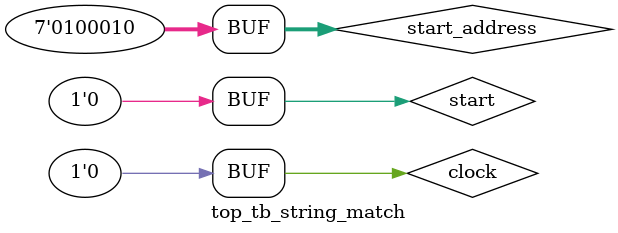
<source format=sv>


module top_tb_string_match;
	
	// inputs
	logic 		start;
	logic [6:0] start_address;
	logic 		clock;
	
	// output
	logic done;
	
	// instantiate unit under test
	top uut (
		start,
		start_address,
		clock,
		done
	);
	
	initial begin
		#100ns;
		start = 1;
		start_address = 7'b0100010;
		#15ns start = 0;
	end
	
	always begin
		#10ns clock = 1;
		#10ns clock = 0;
	end
	
endmodule

</source>
